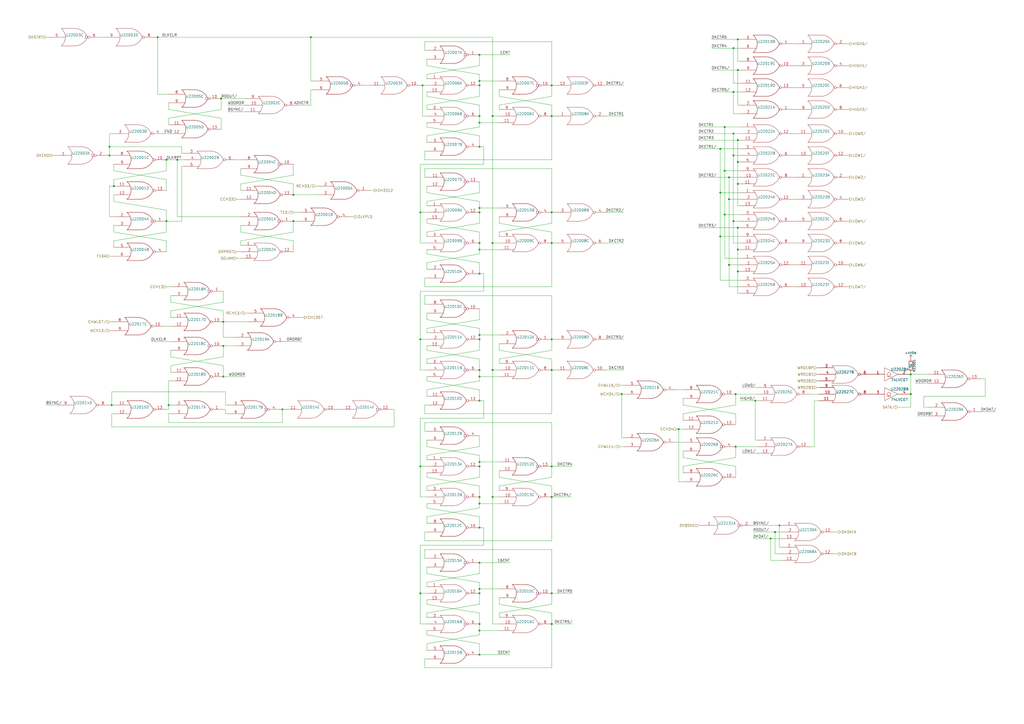
<source format=kicad_sch>
(kicad_sch (version 20211123) (generator eeschema)
  (paper "A2")
  (junction (at 278.13 341.63))
  (junction (at 278.13 123.19))
  (junction (at 96.52 92.71))
  (junction (at 278.13 144.78))
  (junction (at 447.04 312.42))
  (junction (at 360.68 228.6))
  (junction (at 425.45 27.94))
  (junction (at 422.91 153.67))
  (junction (at 427.99 157.48))
  (junction (at 91.44 21.59))
  (junction (at 97.79 234.95))
  (junction (at 528.32 228.6))
  (junction (at 96.52 128.27))
  (junction (at 320.04 214.63))
  (junction (at 245.11 49.53))
  (junction (at 278.13 67.31))
  (junction (at 278.13 270.51))
  (junction (at 243.84 196.85))
  (junction (at 278.13 218.44))
  (junction (at 278.13 196.85))
  (junction (at 452.12 304.8))
  (junction (at 63.5 90.17))
  (junction (at 449.58 308.61))
  (junction (at 278.13 31.75))
  (junction (at 320.04 288.29))
  (junction (at 278.13 292.1))
  (junction (at 278.13 267.97))
  (junction (at 425.45 53.34))
  (junction (at 285.75 288.29))
  (junction (at 426.72 259.08))
  (junction (at 417.83 137.16))
  (junction (at 427.99 81.28))
  (junction (at 278.13 365.76))
  (junction (at 417.83 86.36))
  (junction (at 528.32 217.17))
  (junction (at 285.75 214.63))
  (junction (at 170.18 113.03))
  (junction (at 422.91 102.87))
  (junction (at 170.18 128.27))
  (junction (at 426.72 228.6))
  (junction (at 278.13 361.95))
  (junction (at 320.04 196.85))
  (junction (at 427.99 106.68))
  (junction (at 129.54 200.66))
  (junction (at 425.45 77.47))
  (junction (at 427.99 144.78))
  (junction (at 417.83 111.76))
  (junction (at 393.7 248.92))
  (junction (at 243.84 270.51))
  (junction (at 422.91 115.57))
  (junction (at 102.87 92.71))
  (junction (at 425.45 128.27))
  (junction (at 278.13 120.65))
  (junction (at 278.13 326.39))
  (junction (at 278.13 306.07))
  (junction (at 278.13 85.09))
  (junction (at 420.37 73.66))
  (junction (at 278.13 344.17))
  (junction (at 128.27 57.15))
  (junction (at 427.99 22.86))
  (junction (at 320.04 344.17))
  (junction (at 63.5 85.09))
  (junction (at 320.04 361.95))
  (junction (at 320.04 270.51))
  (junction (at 278.13 49.53))
  (junction (at 425.45 90.17))
  (junction (at 278.13 194.31))
  (junction (at 278.13 140.97))
  (junction (at 278.13 232.41))
  (junction (at 243.84 344.17))
  (junction (at 278.13 158.75))
  (junction (at 420.37 99.06))
  (junction (at 420.37 124.46))
  (junction (at 427.99 93.98))
  (junction (at 278.13 214.63))
  (junction (at 64.77 234.95))
  (junction (at 320.04 49.53))
  (junction (at 129.54 186.69))
  (junction (at 180.34 21.59))
  (junction (at 163.83 237.49))
  (junction (at 285.75 140.97))
  (junction (at 438.15 232.41))
  (junction (at 66.04 107.95))
  (junction (at 278.13 71.12))
  (junction (at 278.13 46.99))
  (junction (at 278.13 288.29))
  (junction (at 427.99 132.08))
  (junction (at 320.04 123.19))
  (junction (at 427.99 40.64))
  (junction (at 278.13 379.73))
  (junction (at 129.54 218.44))
  (junction (at 243.84 123.19))
  (junction (at 285.75 67.31))
  (junction (at 320.04 67.31))
  (junction (at 320.04 140.97))
  (wire (pts (xy 425.45 140.97) (xy 429.26 140.97)))
  (wire (pts (xy 425.45 66.04) (xy 429.26 66.04)))
  (wire (pts (xy 393.7 248.92) (xy 396.24 248.92)))
  (wire (pts (xy 320.04 134.62) (xy 289.56 129.54)))
  (wire (pts (xy 285.75 140.97) (xy 285.75 214.63)))
  (wire (pts (xy 247.65 337.82) (xy 247.65 340.36)))
  (wire (pts (xy 129.54 218.44) (xy 129.54 212.09)))
  (wire (pts (xy 129.54 186.69) (xy 143.51 186.69)))
  (wire (pts (xy 137.16 115.57) (xy 139.7 115.57)))
  (wire (pts (xy 247.65 134.62) (xy 247.65 137.16)))
  (wire (pts (xy 129.54 180.34) (xy 99.06 175.26)))
  (wire (pts (xy 246.38 250.19) (xy 247.65 250.19)))
  (wire (pts (xy 538.48 241.3) (xy 532.13 241.3)))
  (wire (pts (xy 278.13 85.09) (xy 278.13 78.74)))
  (wire (pts (xy 320.04 24.13) (xy 246.38 24.13)))
  (wire (pts (xy 247.65 350.52) (xy 247.65 347.98)))
  (wire (pts (xy 289.56 144.78) (xy 278.13 144.78)))
  (wire (pts (xy 417.83 137.16) (xy 417.83 162.56)))
  (wire (pts (xy 247.65 208.28) (xy 247.65 210.82)))
  (wire (pts (xy 129.54 218.44) (xy 142.24 218.44)))
  (wire (pts (xy 246.38 87.63) (xy 247.65 87.63)))
  (wire (pts (xy 396.24 240.03) (xy 396.24 243.84)))
  (wire (pts (xy 436.88 304.8) (xy 452.12 304.8)))
  (wire (pts (xy 320.04 355.6) (xy 289.56 350.52)))
  (wire (pts (xy 63.5 77.47) (xy 64.77 77.47)))
  (wire (pts (xy 170.18 128.27) (xy 170.18 134.62)))
  (wire (pts (xy 538.48 217.17) (xy 528.32 217.17)))
  (wire (pts (xy 278.13 281.94) (xy 278.13 288.29)))
  (wire (pts (xy 105.41 128.27) (xy 105.41 96.52)))
  (wire (pts (xy 247.65 299.72) (xy 247.65 303.53)))
  (wire (pts (xy 320.04 270.51) (xy 332.105 270.51)))
  (wire (pts (xy 459.74 63.5) (xy 461.01 63.5)))
  (wire (pts (xy 90.17 21.59) (xy 91.44 21.59)))
  (wire (pts (xy 289.56 134.62) (xy 289.56 137.16)))
  (wire (pts (xy 128.27 68.58) (xy 97.79 63.5)))
  (wire (pts (xy 320.04 214.63) (xy 321.31 214.63)))
  (wire (pts (xy 405.13 77.47) (xy 425.45 77.47)))
  (wire (pts (xy 426.72 276.86) (xy 426.72 270.51)))
  (wire (pts (xy 63.5 85.09) (xy 63.5 90.17)))
  (wire (pts (xy 492.76 140.97) (xy 491.49 140.97)))
  (wire (pts (xy 243.84 344.17) (xy 247.65 344.17)))
  (wire (pts (xy 243.84 49.53) (xy 245.11 49.53)))
  (wire (pts (xy 405.13 102.87) (xy 422.91 102.87)))
  (wire (pts (xy 30.48 90.17) (xy 31.75 90.17)))
  (wire (pts (xy 170.18 134.62) (xy 139.7 139.7)))
  (wire (pts (xy 429.26 232.41) (xy 438.15 232.41)))
  (wire (pts (xy 278.13 144.78) (xy 278.13 147.32)))
  (wire (pts (xy 492.76 115.57) (xy 491.49 115.57)))
  (wire (pts (xy 459.74 140.97) (xy 461.01 140.97)))
  (wire (pts (xy 278.13 73.66) (xy 247.65 78.74)))
  (wire (pts (xy 427.99 144.78) (xy 427.99 157.48)))
  (wire (pts (xy 278.13 288.29) (xy 278.13 292.1)))
  (wire (pts (xy 130.81 234.95) (xy 132.08 234.95)))
  (wire (pts (xy 62.23 90.17) (xy 63.5 90.17)))
  (wire (pts (xy 528.32 228.6) (xy 528.32 236.22)))
  (wire (pts (xy 278.13 196.85) (xy 278.13 203.2)))
  (wire (pts (xy 97.79 63.5) (xy 97.79 59.69)))
  (wire (pts (xy 483.87 321.31) (xy 486.41 321.31)))
  (wire (pts (xy 278.13 152.4) (xy 247.65 147.32)))
  (wire (pts (xy 405.13 132.08) (xy 427.99 132.08)))
  (wire (pts (xy 278.13 71.12) (xy 278.13 73.66)))
  (wire (pts (xy 130.81 227.33) (xy 130.81 234.95)))
  (wire (pts (xy 228.6 247.65) (xy 64.77 247.65)))
  (wire (pts (xy 175.26 198.12) (xy 166.37 198.12)))
  (wire (pts (xy 246.38 176.53) (xy 247.65 176.53)))
  (wire (pts (xy 320.04 196.85) (xy 321.31 196.85)))
  (wire (pts (xy 427.99 40.64) (xy 427.99 60.96)))
  (wire (pts (xy 289.56 120.65) (xy 278.13 120.65)))
  (wire (pts (xy 289.56 281.94) (xy 289.56 284.48)))
  (wire (pts (xy 412.75 22.86) (xy 427.99 22.86)))
  (wire (pts (xy 538.48 222.25) (xy 530.86 222.25)))
  (wire (pts (xy 247.65 190.5) (xy 247.65 193.04)))
  (wire (pts (xy 426.72 234.95) (xy 396.24 240.03)))
  (wire (pts (xy 278.13 332.74) (xy 247.65 337.82)))
  (wire (pts (xy 96.52 121.92) (xy 96.52 128.27)))
  (wire (pts (xy 142.24 60.96) (xy 132.08 60.96)))
  (wire (pts (xy 217.17 110.49) (xy 214.63 110.49)))
  (wire (pts (xy 426.72 265.43) (xy 396.24 270.51)))
  (wire (pts (xy 205.74 125.73) (xy 203.2 125.73)))
  (wire (pts (xy 438.15 232.41) (xy 439.42 232.41)))
  (wire (pts (xy 426.72 259.08) (xy 426.72 265.43)))
  (wire (pts (xy 427.99 157.48) (xy 429.26 157.48)))
  (wire (pts (xy 243.84 123.19) (xy 243.84 140.97)))
  (wire (pts (xy 396.24 279.4) (xy 393.7 279.4)))
  (wire (pts (xy 66.04 139.7) (xy 66.04 143.51)))
  (wire (pts (xy 289.56 365.76) (xy 278.13 365.76)))
  (wire (pts (xy 483.87 308.61) (xy 486.41 308.61)))
  (wire (pts (xy 163.83 237.49) (xy 165.1 237.49)))
  (wire (pts (xy 195.58 237.49) (xy 196.85 237.49)))
  (wire (pts (xy 278.13 43.18) (xy 278.13 46.99)))
  (wire (pts (xy 320.04 67.31) (xy 320.04 92.71)))
  (wire (pts (xy 278.13 379.73) (xy 278.13 373.38)))
  (wire (pts (xy 130.81 240.03) (xy 132.08 240.03)))
  (wire (pts (xy 228.6 237.49) (xy 228.6 247.65)))
  (wire (pts (xy 96.52 92.71) (xy 102.87 92.71)))
  (wire (pts (xy 280.67 306.07) (xy 278.13 306.07)))
  (wire (pts (xy 278.13 299.72) (xy 247.65 294.64)))
  (wire (pts (xy 139.7 101.6) (xy 139.7 97.79)))
  (wire (pts (xy 243.84 196.85) (xy 243.84 214.63)))
  (wire (pts (xy 66.04 134.62) (xy 66.04 130.81)))
  (wire (pts (xy 320.04 208.28) (xy 320.04 214.63)))
  (wire (pts (xy 492.76 25.4) (xy 491.49 25.4)))
  (wire (pts (xy 412.75 53.34) (xy 425.45 53.34)))
  (wire (pts (xy 278.13 31.75) (xy 295.91 31.75)))
  (wire (pts (xy 243.84 288.29) (xy 247.65 288.29)))
  (wire (pts (xy 130.81 237.49) (xy 130.81 240.03)))
  (wire (pts (xy 64.77 240.03) (xy 66.04 240.03)))
  (wire (pts (xy 425.45 128.27) (xy 429.26 128.27)))
  (wire (pts (xy 278.13 373.38) (xy 247.65 368.3)))
  (wire (pts (xy 180.34 60.96) (xy 180.34 52.07)))
  (wire (pts (xy 289.56 350.52) (xy 289.56 346.71)))
  (wire (pts (xy 425.45 77.47) (xy 429.26 77.47)))
  (wire (pts (xy 278.13 111.76) (xy 247.65 116.84)))
  (wire (pts (xy 128.27 63.5) (xy 97.79 68.58)))
  (wire (pts (xy 492.76 50.8) (xy 491.49 50.8)))
  (wire (pts (xy 289.56 46.99) (xy 278.13 46.99)))
  (wire (pts (xy 422.91 153.67) (xy 429.26 153.67)))
  (wire (pts (xy 320.04 196.85) (xy 320.04 203.2)))
  (wire (pts (xy 247.65 60.96) (xy 247.65 63.5)))
  (wire (pts (xy 95.25 189.23) (xy 99.06 189.23)))
  (wire (pts (xy 427.99 106.68) (xy 427.99 119.38)))
  (wire (pts (xy 289.56 341.63) (xy 278.13 341.63)))
  (wire (pts (xy 278.13 38.1) (xy 247.65 43.18)))
  (wire (pts (xy 176.53 184.15) (xy 173.99 184.15)))
  (wire (pts (xy 96.52 139.7) (xy 66.04 134.62)))
  (wire (pts (xy 63.5 125.73) (xy 66.04 125.73)))
  (wire (pts (xy 99.06 212.09) (xy 99.06 215.9)))
  (wire (pts (xy 278.13 355.6) (xy 278.13 361.95)))
  (wire (pts (xy 278.13 232.41) (xy 280.67 232.41)))
  (wire (pts (xy 289.56 267.97) (xy 278.13 267.97)))
  (wire (pts (xy 320.04 361.95) (xy 321.31 361.95)))
  (wire (pts (xy 320.04 67.31) (xy 321.31 67.31)))
  (wire (pts (xy 91.44 54.61) (xy 97.79 54.61)))
  (wire (pts (xy 105.41 85.09) (xy 105.41 88.9)))
  (wire (pts (xy 359.41 228.6) (xy 360.68 228.6)))
  (wire (pts (xy 245.11 49.53) (xy 247.65 49.53)))
  (wire (pts (xy 285.75 21.59) (xy 285.75 67.31)))
  (wire (pts (xy 459.74 90.17) (xy 461.01 90.17)))
  (wire (pts (xy 139.7 139.7) (xy 139.7 142.24)))
  (wire (pts (xy 278.13 267.97) (xy 278.13 270.51)))
  (wire (pts (xy 278.13 49.53) (xy 278.13 55.88)))
  (wire (pts (xy 278.13 179.07) (xy 278.13 185.42)))
  (wire (pts (xy 528.32 215.9) (xy 528.32 217.17)))
  (wire (pts (xy 180.34 21.59) (xy 180.34 46.99)))
  (wire (pts (xy 278.13 294.64) (xy 247.65 299.72)))
  (wire (pts (xy 320.04 140.97) (xy 320.04 166.37)))
  (wire (pts (xy 320.04 361.95) (xy 320.04 387.35)))
  (wire (pts (xy 320.04 344.17) (xy 321.31 344.17)))
  (wire (pts (xy 320.04 214.63) (xy 320.04 240.03)))
  (wire (pts (xy 427.99 93.98) (xy 427.99 106.68)))
  (wire (pts (xy 321.945 361.95) (xy 332.105 361.95)))
  (wire (pts (xy 439.42 224.79) (xy 430.53 224.79)))
  (wire (pts (xy 447.04 325.12) (xy 453.39 325.12)))
  (wire (pts (xy 492.76 38.1) (xy 491.49 38.1)))
  (wire (pts (xy 246.38 318.77) (xy 246.38 323.85)))
  (wire (pts (xy 247.65 368.3) (xy 247.65 365.76)))
  (wire (pts (xy 278.13 55.88) (xy 247.65 60.96)))
  (wire (pts (xy 360.68 254) (xy 361.95 254)))
  (wire (pts (xy 64.77 247.65) (xy 64.77 240.03)))
  (wire (pts (xy 246.38 234.95) (xy 247.65 234.95)))
  (wire (pts (xy 396.24 270.51) (xy 396.24 274.32)))
  (wire (pts (xy 422.91 166.37) (xy 429.26 166.37)))
  (wire (pts (xy 320.04 60.96) (xy 289.56 55.88)))
  (wire (pts (xy 571.5 229.87) (xy 535.94 229.87)))
  (wire (pts (xy 66.04 99.06) (xy 66.04 95.25)))
  (wire (pts (xy 97.79 234.95) (xy 97.79 237.49)))
  (wire (pts (xy 425.45 90.17) (xy 425.45 128.27)))
  (wire (pts (xy 180.34 46.99) (xy 181.61 46.99)))
  (wire (pts (xy 320.04 49.53) (xy 321.31 49.53)))
  (wire (pts (xy 436.88 312.42) (xy 447.04 312.42)))
  (wire (pts (xy 139.7 149.86) (xy 137.16 149.86)))
  (wire (pts (xy 412.75 27.94) (xy 425.45 27.94)))
  (wire (pts (xy 96.52 128.27) (xy 105.41 128.27)))
  (wire (pts (xy 492.76 63.5) (xy 491.49 63.5)))
  (wire (pts (xy 246.38 171.45) (xy 246.38 176.53)))
  (wire (pts (xy 129.54 200.66) (xy 135.89 200.66)))
  (wire (pts (xy 320.04 281.94) (xy 320.04 288.29)))
  (wire (pts (xy 278.13 194.31) (xy 278.13 196.85)))
  (wire (pts (xy 535.94 229.87) (xy 535.94 236.22)))
  (wire (pts (xy 137.16 92.71) (xy 139.7 92.71)))
  (wire (pts (xy 278.13 281.94) (xy 247.65 276.86)))
  (wire (pts (xy 278.13 208.28) (xy 278.13 214.63)))
  (wire (pts (xy 492.76 153.67) (xy 491.49 153.67)))
  (wire (pts (xy 426.72 228.6) (xy 439.42 228.6)))
  (wire (pts (xy 247.65 73.66) (xy 247.65 71.12)))
  (wire (pts (xy 351.79 140.97) (xy 361.95 140.97)))
  (wire (pts (xy 170.18 95.25) (xy 170.18 101.6)))
  (wire (pts (xy 278.13 67.31) (xy 278.13 71.12)))
  (wire (pts (xy 96.52 110.49) (xy 96.52 104.14)))
  (wire (pts (xy 278.13 158.75) (xy 278.13 152.4)))
  (wire (pts (xy 63.5 148.59) (xy 66.04 148.59)))
  (wire (pts (xy 129.54 207.01) (xy 99.06 212.09)))
  (wire (pts (xy 406.4 304.8) (xy 405.13 304.8)))
  (wire (pts (xy 405.13 73.66) (xy 420.37 73.66)))
  (wire (pts (xy 64.77 227.33) (xy 130.81 227.33)))
  (wire (pts (xy 278.13 361.95) (xy 278.13 365.76)))
  (wire (pts (xy 64.77 234.95) (xy 66.04 234.95)))
  (wire (pts (xy 247.65 116.84) (xy 247.65 119.38)))
  (wire (pts (xy 170.18 146.05) (xy 170.18 139.7)))
  (wire (pts (xy 142.24 181.61) (xy 143.51 181.61)))
  (wire (pts (xy 420.37 73.66) (xy 420.37 99.06)))
  (wire (pts (xy 96.52 166.37) (xy 99.06 166.37)))
  (wire (pts (xy 426.72 240.03) (xy 396.24 234.95)))
  (wire (pts (xy 247.65 152.4) (xy 247.65 156.21)))
  (wire (pts (xy 170.18 113.03) (xy 170.18 106.68)))
  (wire (pts (xy 91.44 21.59) (xy 180.34 21.59)))
  (wire (pts (xy 427.99 40.64) (xy 429.26 40.64)))
  (wire (pts (xy 417.83 86.36) (xy 429.26 86.36)))
  (wire (pts (xy 246.38 387.35) (xy 246.38 382.27)))
  (wire (pts (xy 96.52 99.06) (xy 66.04 104.14)))
  (wire (pts (xy 129.54 195.58) (xy 135.89 195.58)))
  (wire (pts (xy 96.52 146.05) (xy 96.52 139.7)))
  (wire (pts (xy 427.99 60.96) (xy 429.26 60.96)))
  (wire (pts (xy 393.7 279.4) (xy 393.7 248.92)))
  (wire (pts (xy 474.98 224.79) (xy 473.71 224.79)))
  (wire (pts (xy 96.52 92.71) (xy 96.52 99.06)))
  (wire (pts (xy 278.13 46.99) (xy 278.13 49.53)))
  (wire (pts (xy 247.65 355.6) (xy 247.65 358.14)))
  (wire (pts (xy 422.91 115.57) (xy 429.26 115.57)))
  (wire (pts (xy 459.74 115.57) (xy 461.01 115.57)))
  (wire (pts (xy 285.75 214.63) (xy 285.75 288.29)))
  (wire (pts (xy 278.13 326.39) (xy 278.13 332.74)))
  (wire (pts (xy 427.99 22.86) (xy 429.26 22.86)))
  (wire (pts (xy 474.98 213.36) (xy 473.71 213.36)))
  (wire (pts (xy 427.99 144.78) (xy 429.26 144.78)))
  (wire (pts (xy 436.88 308.61) (xy 449.58 308.61)))
  (wire (pts (xy 568.96 238.76) (xy 577.85 238.76)))
  (wire (pts (xy 447.04 312.42) (xy 447.04 325.12)))
  (wire (pts (xy 459.74 50.8) (xy 461.01 50.8)))
  (wire (pts (xy 427.99 35.56) (xy 429.26 35.56)))
  (wire (pts (xy 278.13 326.39) (xy 295.91 326.39)))
  (wire (pts (xy 459.74 153.67) (xy 461.01 153.67)))
  (wire (pts (xy 278.13 140.97) (xy 278.13 144.78)))
  (wire (pts (xy 422.91 115.57) (xy 422.91 153.67)))
  (wire (pts (xy 285.75 67.31) (xy 289.56 67.31)))
  (wire (pts (xy 63.5 107.95) (xy 63.5 125.73)))
  (wire (pts (xy 246.38 92.71) (xy 246.38 87.63)))
  (wire (pts (xy 170.18 128.27) (xy 172.72 128.27)))
  (wire (pts (xy 97.79 240.03) (xy 99.06 240.03)))
  (wire (pts (xy 243.84 140.97) (xy 247.65 140.97)))
  (wire (pts (xy 360.68 228.6) (xy 361.95 228.6)))
  (wire (pts (xy 243.84 316.23) (xy 243.84 344.17)))
  (wire (pts (xy 243.84 270.51) (xy 243.84 288.29)))
  (wire (pts (xy 278.13 203.2) (xy 247.65 208.28)))
  (wire (pts (xy 289.56 218.44) (xy 278.13 218.44)))
  (wire (pts (xy 438.15 255.27) (xy 439.42 255.27)))
  (wire (pts (xy 128.27 57.15) (xy 128.27 63.5)))
  (wire (pts (xy 129.54 237.49) (xy 130.81 237.49)))
  (wire (pts (xy 427.99 157.48) (xy 427.99 170.18)))
  (wire (pts (xy 320.04 208.28) (xy 289.56 203.2)))
  (wire (pts (xy 243.84 168.91) (xy 243.84 196.85)))
  (wire (pts (xy 420.37 149.86) (xy 429.26 149.86)))
  (wire (pts (xy 246.38 323.85) (xy 247.65 323.85)))
  (wire (pts (xy 278.13 116.84) (xy 247.65 111.76)))
  (wire (pts (xy 243.84 361.95) (xy 247.65 361.95)))
  (wire (pts (xy 320.04 24.13) (xy 320.04 49.53)))
  (wire (pts (xy 64.77 234.95) (xy 64.77 227.33)))
  (wire (pts (xy 245.11 49.53) (xy 245.11 67.31)))
  (wire (pts (xy 278.13 292.1) (xy 278.13 294.64)))
  (wire (pts (xy 280.67 95.25) (xy 243.84 95.25)))
  (wire (pts (xy 278.13 355.6) (xy 247.65 350.52)))
  (wire (pts (xy 278.13 129.54) (xy 247.65 134.62)))
  (wire (pts (xy 278.13 218.44) (xy 278.13 220.98)))
  (wire (pts (xy 247.65 129.54) (xy 247.65 127)))
  (wire (pts (xy 422.91 102.87) (xy 422.91 115.57)))
  (wire (pts (xy 245.11 67.31) (xy 247.65 67.31)))
  (wire (pts (xy 459.74 166.37) (xy 461.01 166.37)))
  (wire (pts (xy 246.38 29.21) (xy 247.65 29.21)))
  (wire (pts (xy 278.13 368.3) (xy 247.65 373.38)))
  (wire (pts (xy 278.13 226.06) (xy 247.65 220.98)))
  (wire (pts (xy 63.5 90.17) (xy 66.04 90.17)))
  (wire (pts (xy 320.04 60.96) (xy 320.04 67.31)))
  (wire (pts (xy 102.87 92.71) (xy 106.68 92.71)))
  (wire (pts (xy 449.58 321.31) (xy 453.39 321.31)))
  (wire (pts (xy 320.04 49.53) (xy 320.04 55.88)))
  (wire (pts (xy 459.74 25.4) (xy 461.01 25.4)))
  (wire (pts (xy 320.04 288.29) (xy 320.04 313.69)))
  (wire (pts (xy 280.67 316.23) (xy 280.67 306.07)))
  (wire (pts (xy 425.45 53.34) (xy 429.26 53.34)))
  (wire (pts (xy 426.72 270.51) (xy 396.24 265.43)))
  (wire (pts (xy 420.37 99.06) (xy 429.26 99.06)))
  (wire (pts (xy 528.32 217.17) (xy 528.32 228.6)))
  (wire (pts (xy 449.58 308.61) (xy 449.58 321.31)))
  (wire (pts (xy 170.18 139.7) (xy 139.7 134.62)))
  (wire (pts (xy 417.83 111.76) (xy 417.83 137.16)))
  (wire (pts (xy 427.99 132.08) (xy 429.26 132.08)))
  (wire (pts (xy 417.83 162.56) (xy 429.26 162.56)))
  (wire (pts (xy 278.13 214.63) (xy 278.13 218.44)))
  (wire (pts (xy 351.79 196.85) (xy 361.95 196.85)))
  (wire (pts (xy 396.24 234.95) (xy 396.24 231.14)))
  (wire (pts (xy 320.04 387.35) (xy 246.38 387.35)))
  (wire (pts (xy 472.44 259.08) (xy 472.44 232.41)))
  (wire (pts (xy 99.06 207.01) (xy 99.06 203.2)))
  (wire (pts (xy 63.5 77.47) (xy 63.5 85.09)))
  (wire (pts (xy 278.13 344.17) (xy 278.13 350.52)))
  (wire (pts (xy 243.84 123.19) (xy 247.65 123.19)))
  (wire (pts (xy 96.52 104.14) (xy 66.04 99.06)))
  (wire (pts (xy 278.13 337.82) (xy 247.65 332.74)))
  (wire (pts (xy 320.04 166.37) (xy 246.38 166.37)))
  (wire (pts (xy 425.45 53.34) (xy 425.45 66.04)))
  (wire (pts (xy 247.65 226.06) (xy 247.65 229.87)))
  (wire (pts (xy 66.04 107.95) (xy 63.5 107.95)))
  (wire (pts (xy 320.04 276.86) (xy 289.56 281.94)))
  (wire (pts (xy 278.13 252.73) (xy 278.13 259.08)))
  (wire (pts (xy 439.42 262.89) (xy 430.53 262.89)))
  (wire (pts (xy 63.5 191.77) (xy 64.77 191.77)))
  (wire (pts (xy 26.67 21.59) (xy 27.94 21.59)))
  (wire (pts (xy 243.84 196.85) (xy 247.65 196.85)))
  (wire (pts (xy 278.13 259.08) (xy 247.65 264.16)))
  (wire (pts (xy 452.12 304.8) (xy 452.12 317.5)))
  (wire (pts (xy 278.13 31.75) (xy 278.13 38.1)))
  (wire (pts (xy 427.99 106.68) (xy 429.26 106.68)))
  (wire (pts (xy 320.04 344.17) (xy 320.04 350.52)))
  (wire (pts (xy 289.56 194.31) (xy 278.13 194.31)))
  (wire (pts (xy 278.13 134.62) (xy 278.13 140.97)))
  (wire (pts (xy 180.34 52.07) (xy 181.61 52.07)))
  (wire (pts (xy 170.18 106.68) (xy 139.7 101.6)))
  (wire (pts (xy 289.56 71.12) (xy 278.13 71.12)))
  (wire (pts (xy 246.38 308.61) (xy 247.65 308.61)))
  (wire (pts (xy 95.25 77.47) (xy 97.79 77.47)))
  (wire (pts (xy 247.65 276.86) (xy 247.65 274.32)))
  (wire (pts (xy 246.38 240.03) (xy 246.38 234.95)))
  (wire (pts (xy 128.27 57.15) (xy 142.24 57.15)))
  (wire (pts (xy 459.74 77.47) (xy 461.01 77.47)))
  (wire (pts (xy 351.79 49.53) (xy 361.95 49.53)))
  (wire (pts (xy 247.65 373.38) (xy 247.65 377.19)))
  (wire (pts (xy 278.13 190.5) (xy 247.65 185.42)))
  (wire (pts (xy 278.13 208.28) (xy 247.65 203.2)))
  (wire (pts (xy 139.7 106.68) (xy 139.7 110.49)))
  (wire (pts (xy 425.45 77.47) (xy 425.45 90.17)))
  (wire (pts (xy 278.13 365.76) (xy 278.13 368.3)))
  (wire (pts (xy 396.24 265.43) (xy 396.24 261.62)))
  (wire (pts (xy 427.99 119.38) (xy 429.26 119.38)))
  (wire (pts (xy 285.75 288.29) (xy 289.56 288.29)))
  (wire (pts (xy 320.04 350.52) (xy 289.56 355.6)))
  (wire (pts (xy 63.5 234.95) (xy 64.77 234.95)))
  (wire (pts (xy 243.84 316.23) (xy 280.67 316.23)))
  (wire (pts (xy 129.54 212.09) (xy 99.06 207.01)))
  (wire (pts (xy 492.76 128.27) (xy 491.49 128.27)))
  (wire (pts (xy 278.13 190.5) (xy 278.13 194.31)))
  (wire (pts (xy 474.98 220.98) (xy 473.71 220.98)))
  (wire (pts (xy 289.56 355.6) (xy 289.56 358.14)))
  (wire (pts (xy 420.37 73.66) (xy 429.26 73.66)))
  (wire (pts (xy 97.79 237.49) (xy 96.52 237.49)))
  (wire (pts (xy 320.04 245.11) (xy 246.38 245.11)))
  (wire (pts (xy 289.56 276.86) (xy 289.56 273.05)))
  (wire (pts (xy 280.67 232.41) (xy 280.67 242.57)))
  (wire (pts (xy 392.43 248.92) (xy 393.7 248.92)))
  (wire (pts (xy 321.945 344.17) (xy 332.105 344.17)))
  (wire (pts (xy 474.98 217.17) (xy 473.71 217.17)))
  (wire (pts (xy 469.9 259.08) (xy 472.44 259.08)))
  (wire (pts (xy 459.74 102.87) (xy 461.01 102.87)))
  (wire (pts (xy 142.24 64.77) (xy 132.08 64.77)))
  (wire (pts (xy 170.18 123.19) (xy 172.72 123.19)))
  (wire (pts (xy 247.65 281.94) (xy 247.65 284.48)))
  (wire (pts (xy 129.54 180.34) (xy 129.54 186.69)))
  (wire (pts (xy 129.54 175.26) (xy 99.06 180.34)))
  (wire (pts (xy 180.34 21.59) (xy 285.75 21.59)))
  (wire (pts (xy 420.37 124.46) (xy 429.26 124.46)))
  (wire (pts (xy 320.04 288.29) (xy 331.47 288.29)))
  (wire (pts (xy 66.04 104.14) (xy 66.04 107.95)))
  (wire (pts (xy 351.79 67.31) (xy 361.95 67.31)))
  (wire (pts (xy 535.94 236.22) (xy 538.48 236.22)))
  (wire (pts (xy 278.13 379.73) (xy 295.91 379.73)))
  (wire (pts (xy 320.04 171.45) (xy 246.38 171.45)))
  (wire (pts (xy 247.65 38.1) (xy 247.65 34.29)))
  (wire (pts (xy 425.45 128.27) (xy 425.45 140.97)))
  (wire (pts (xy 459.74 128.27) (xy 461.01 128.27)))
  (wire (pts (xy 63.5 186.69) (xy 64.77 186.69)))
  (wire (pts (xy 66.04 116.84) (xy 66.04 113.03)))
  (wire (pts (xy 129.54 200.66) (xy 129.54 207.01)))
  (wire (pts (xy 243.84 95.25) (xy 243.84 123.19)))
  (wire (pts (xy 492.76 102.87) (xy 491.49 102.87)))
  (wire (pts (xy 492.76 77.47) (xy 491.49 77.47)))
  (wire (pts (xy 278.13 116.84) (xy 278.13 120.65)))
  (wire (pts (xy 247.65 43.18) (xy 247.65 45.72)))
  (wire (pts (xy 278.13 220.98) (xy 247.65 226.06)))
  (wire (pts (xy 97.79 234.95) (xy 99.06 234.95)))
  (wire (pts (xy 280.67 242.57) (xy 243.84 242.57)))
  (wire (pts (xy 351.79 214.63) (xy 361.95 214.63)))
  (wire (pts (xy 447.04 312.42) (xy 453.39 312.42)))
  (wire (pts (xy 97.79 245.11) (xy 97.79 240.03)))
  (wire (pts (xy 320.04 123.19) (xy 321.31 123.19)))
  (wire (pts (xy 285.75 67.31) (xy 285.75 140.97)))
  (wire (pts (xy 278.13 105.41) (xy 278.13 111.76)))
  (wire (pts (xy 289.56 55.88) (xy 289.56 52.07)))
  (wire (pts (xy 102.87 92.71) (xy 102.87 125.73)))
  (wire (pts (xy 320.04 55.88) (xy 289.56 60.96)))
  (wire (pts (xy 320.04 171.45) (xy 320.04 196.85)))
  (wire (pts (xy 528.32 236.22) (xy 520.7 236.22)))
  (wire (pts (xy 243.84 270.51) (xy 247.65 270.51)))
  (wire (pts (xy 58.42 21.59) (xy 59.69 21.59)))
  (wire (pts (xy 26.67 234.95) (xy 33.02 234.95)))
  (wire (pts (xy 320.04 281.94) (xy 289.56 276.86)))
  (wire (pts (xy 568.96 219.71) (xy 571.5 219.71)))
  (wire (pts (xy 278.13 147.32) (xy 247.65 152.4)))
  (wire (pts (xy 425.45 27.94) (xy 425.45 48.26)))
  (wire (pts (xy 91.44 21.59) (xy 91.44 54.61)))
  (wire (pts (xy 246.38 97.79) (xy 246.38 102.87)))
  (wire (pts (xy 361.95 259.08) (xy 359.41 259.08)))
  (wire (pts (xy 278.13 264.16) (xy 278.13 267.97)))
  (wire (pts (xy 139.7 146.05) (xy 137.16 146.05)))
  (wire (pts (xy 246.38 24.13) (xy 246.38 29.21)))
  (wire (pts (xy 412.75 40.64) (xy 427.99 40.64)))
  (wire (pts (xy 289.56 60.96) (xy 289.56 63.5)))
  (wire (pts (xy 97.79 220.98) (xy 97.79 234.95)))
  (wire (pts (xy 278.13 350.52) (xy 247.65 355.6)))
  (wire (pts (xy 320.04 245.11) (xy 320.04 270.51)))
  (wire (pts (xy 247.65 264.16) (xy 247.65 266.7)))
  (wire (pts (xy 320.04 129.54) (xy 289.56 134.62)))
  (wire (pts (xy 361.95 223.52) (xy 359.41 223.52)))
  (wire (pts (xy 243.84 344.17) (xy 243.84 361.95)))
  (wire (pts (xy 360.68 228.6) (xy 360.68 254)))
  (wire (pts (xy 571.5 219.71) (xy 571.5 229.87)))
  (wire (pts (xy 96.52 128.27) (xy 96.52 134.62)))
  (wire (pts (xy 285.75 288.29) (xy 285.75 361.95)))
  (wire (pts (xy 246.38 245.11) (xy 246.38 250.19)))
  (wire (pts (xy 99.06 175.26) (xy 99.06 171.45)))
  (wire (pts (xy 243.84 214.63) (xy 247.65 214.63)))
  (wire (pts (xy 492.76 166.37) (xy 491.49 166.37)))
  (wire (pts (xy 246.38 166.37) (xy 246.38 161.29)))
  (wire (pts (xy 320.04 92.71) (xy 246.38 92.71)))
  (wire (pts (xy 426.72 259.08) (xy 439.42 259.08)))
  (wire (pts (xy 417.83 137.16) (xy 429.26 137.16)))
  (wire (pts (xy 278.13 123.19) (xy 278.13 129.54)))
  (wire (pts (xy 246.38 313.69) (xy 246.38 308.61)))
  (wire (pts (xy 63.5 85.09) (xy 105.41 85.09)))
  (wire (pts (xy 472.44 232.41) (xy 474.98 232.41)))
  (wire (pts (xy 289.56 129.54) (xy 289.56 125.73)))
  (wire (pts (xy 320.04 313.69) (xy 246.38 313.69)))
  (wire (pts (xy 427.99 81.28) (xy 427.99 93.98)))
  (wire (pts (xy 278.13 158.75) (xy 280.67 158.75)))
  (wire (pts (xy 278.13 43.18) (xy 247.65 38.1)))
  (wire (pts (xy 278.13 60.96) (xy 278.13 67.31)))
  (wire (pts (xy 425.45 27.94) (xy 429.26 27.94)))
  (wire (pts (xy 289.56 208.28) (xy 289.56 210.82)))
  (wire (pts (xy 246.38 382.27) (xy 247.65 382.27)))
  (wire (pts (xy 320.04 97.79) (xy 246.38 97.79)))
  (wire (pts (xy 320.04 318.77) (xy 320.04 344.17)))
  (wire (pts (xy 102.87 125.73) (xy 139.7 125.73)))
  (wire (pts (xy 139.7 134.62) (xy 139.7 130.81)))
  (wire (pts (xy 426.72 246.38) (xy 426.72 240.03)))
  (wire (pts (xy 320.04 134.62) (xy 320.04 140.97)))
  (wire (pts (xy 246.38 102.87) (xy 247.65 102.87)))
  (wire (pts (xy 492.76 90.17) (xy 491.49 90.17)))
  (wire (pts (xy 320.04 97.79) (xy 320.04 123.19)))
  (wire (pts (xy 278.13 264.16) (xy 247.65 259.08)))
  (wire (pts (xy 320.04 240.03) (xy 246.38 240.03)))
  (wire (pts (xy 417.83 86.36) (xy 417.83 111.76)))
  (wire (pts (xy 452.12 304.8) (xy 453.39 304.8)))
  (wire (pts (xy 278.13 270.51) (xy 278.13 276.86)))
  (wire (pts (xy 243.84 242.57) (xy 243.84 270.51)))
  (wire (pts (xy 425.45 48.26) (xy 429.26 48.26)))
  (wire (pts (xy 278.13 306.07) (xy 278.13 299.72)))
  (wire (pts (xy 320.04 318.77) (xy 246.38 318.77)))
  (wire (pts (xy 162.56 237.49) (xy 163.83 237.49)))
  (wire (pts (xy 405.13 81.28) (xy 427.99 81.28)))
  (wire (pts (xy 320.04 123.19) (xy 320.04 129.54)))
  (wire (pts (xy 405.13 86.36) (xy 417.83 86.36)))
  (wire (pts (xy 417.83 111.76) (xy 429.26 111.76)))
  (wire (pts (xy 99.06 180.34) (xy 99.06 184.15)))
  (wire (pts (xy 278.13 185.42) (xy 247.65 190.5)))
  (wire (pts (xy 170.18 113.03) (xy 184.15 113.03)))
  (wire (pts (xy 247.65 220.98) (xy 247.65 218.44)))
  (wire (pts (xy 96.52 121.92) (xy 66.04 116.84)))
  (wire (pts (xy 278.13 134.62) (xy 247.65 129.54)))
  (wire (pts (xy 212.09 49.53) (xy 213.36 49.53)))
  (wire (pts (xy 247.65 147.32) (xy 247.65 144.78)))
  (wire (pts (xy 247.65 111.76) (xy 247.65 107.95)))
  (wire (pts (xy 392.43 256.54) (xy 396.24 256.54)))
  (wire (pts (xy 280.67 85.09) (xy 280.67 95.25)))
  (wire (pts (xy 278.13 341.63) (xy 278.13 344.17)))
  (wire (pts (xy 351.79 123.19) (xy 361.95 123.19)))
  (wire (pts (xy 320.04 270.51) (xy 320.04 276.86)))
  (wire (pts (xy 129.54 168.91) (xy 129.54 175.26)))
  (wire (pts (xy 227.33 237.49) (xy 228.6 237.49)))
  (wire (pts (xy 289.56 203.2) (xy 289.56 199.39)))
  (wire (pts (xy 163.83 237.49) (xy 163.83 245.11)))
  (wire (pts (xy 247.65 294.64) (xy 247.65 292.1)))
  (wire (pts (xy 289.56 292.1) (xy 278.13 292.1)))
  (wire (pts (xy 247.65 203.2) (xy 247.65 200.66)))
  (wire (pts (xy 97.79 68.58) (xy 97.79 72.39)))
  (wire (pts (xy 425.45 90.17) (xy 429.26 90.17)))
  (wire (pts (xy 129.54 186.69) (xy 129.54 195.58)))
  (wire (pts (xy 278.13 78.74) (xy 247.65 73.66)))
  (wire (pts (xy 163.83 245.11) (xy 97.79 245.11)))
  (wire (pts (xy 420.37 99.06) (xy 420.37 124.46)))
  (wire (pts (xy 280.67 158.75) (xy 280.67 168.91)))
  (wire (pts (xy 320.04 140.97) (xy 321.31 140.97)))
  (wire (pts (xy 247.65 55.88) (xy 247.65 53.34)))
  (wire (pts (xy 427.99 93.98) (xy 429.26 93.98)))
  (wire (pts (xy 247.65 78.74) (xy 247.65 82.55)))
  (wire (pts (xy 278.13 232.41) (xy 278.13 226.06)))
  (wire (pts (xy 285.75 361.95) (xy 289.56 361.95)))
  (wire (pts (xy 427.99 170.18) (xy 429.26 170.18)))
  (wire (pts (xy 320.04 203.2) (xy 289.56 208.28)))
  (wire (pts (xy 278.13 120.65) (xy 278.13 123.19)))
  (wire (pts (xy 182.88 107.95) (xy 184.15 107.95)))
  (wire (pts (xy 427.99 81.28) (xy 429.26 81.28)))
  (wire (pts (xy 247.65 259.08) (xy 247.65 255.27)))
  (wire (pts (xy 247.65 332.74) (xy 247.65 328.93)))
  (wire (pts (xy 278.13 276.86) (xy 247.65 281.94)))
  (wire (pts (xy 427.99 22.86) (xy 427.99 35.56)))
  (wire (pts (xy 426.72 228.6) (xy 426.72 234.95)))
  (wire (pts (xy 449.58 308.61) (xy 453.39 308.61)))
  (wire (pts (xy 170.18 101.6) (xy 139.7 106.68)))
  (wire (pts (xy 438.15 232.41) (xy 438.15 255.27)))
  (wire (pts (xy 128.27 74.93) (xy 128.27 68.58)))
  (wire (pts (xy 452.12 317.5) (xy 453.39 317.5)))
  (wire (pts (xy 459.74 38.1) (xy 461.01 38.1)))
  (wire (pts (xy 278.13 337.82) (xy 278.13 341.63)))
  (wire (pts (xy 285.75 214.63) (xy 289.56 214.63)))
  (wire (pts (xy 99.06 198.12) (xy 87.63 198.12)))
  (wire (pts (xy 278.13 60.96) (xy 247.65 55.88)))
  (wire (pts (xy 246.38 161.29) (xy 247.65 161.29)))
  (wire (pts (xy 97.79 220.98) (xy 99.06 220.98)))
  (wire (pts (xy 172.72 60.96) (xy 180.34 60.96)))
  (wire (pts (xy 278.13 85.09) (xy 280.67 85.09)))
  (wire (pts (xy 285.75 140.97) (xy 289.56 140.97)))
  (wire (pts (xy 420.37 124.46) (xy 420.37 149.86)))
  (wire (pts (xy 392.43 226.06) (xy 396.24 226.06)))
  (wire (pts (xy 422.91 102.87) (xy 429.26 102.87)))
  (wire (pts (xy 427.99 132.08) (xy 427.99 144.78)))
  (wire (pts (xy 280.67 168.91) (xy 243.84 168.91)))
  (wire (pts (xy 105.41 88.9) (xy 106.68 88.9)))
  (wire (pts (xy 320.04 355.6) (xy 320.04 361.95)))
  (wire (pts (xy 105.41 96.52) (xy 106.68 96.52)))
  (wire (pts (xy 422.91 153.67) (xy 422.91 166.37)))
  (wire (pts (xy 247.65 185.42) (xy 247.65 181.61)))
  (wire (pts (xy 96.52 134.62) (xy 66.04 139.7)))
  (wire (pts (xy 474.98 228.6) (xy 469.9 228.6)))
  (label "32CNT" (at 295.91 379.73 180) (effects (font (size 1.524 1.524))))
  (label "LOW1/" (at 430.53 262.89 0) (effects (font (size 1.524 1.524))))
  (label "DKCTR1/" (at 405.13 86.36 0) (effects (font (size 1.524 1.524))))
  (label "DKCTR5" (at 412.75 22.86 0) (effects (font (size 1.524 1.524))))
  (label "END" (at 95.25 77.47 0) (effects (font (size 1.524 1.524))))
  (label "BSYNC/" (at 26.67 234.95 0) (effects (font (size 1.524 1.524))))
  (label "ADVCTR" (at 179.07 60.96 180) (effects (font (size 1.524 1.524))))
  (label "DKCTR4" (at 412.75 27.94 0) (effects (font (size 1.524 1.524))))
  (label "DKCTR4" (at 332.105 270.51 180) (effects (font (size 1.524 1.524))))
  (label "WDORDR" (at 530.86 222.25 0) (effects (font (size 1.524 1.524))))
  (label "ORDRBT" (at 175.26 198.12 180) (effects (font (size 1.524 1.524))))
  (label "DKCTR4/" (at 331.47 288.29 180) (effects (font (size 1.524 1.524))))
  (label "DKCTR2/" (at 361.95 123.19 180) (effects (font (size 1.524 1.524))))
  (label "DKDAT/" (at 436.88 312.42 0) (effects (font (size 1.524 1.524))))
  (label "DKCTR1/" (at 361.95 49.53 180) (effects (font (size 1.524 1.524))))
  (label "RDOUT/" (at 436.88 308.61 0) (effects (font (size 1.524 1.524))))
  (label "WDORDR" (at 132.08 60.96 0) (effects (font (size 1.524 1.524))))
  (label "BSYNC/" (at 436.88 304.8 0) (effects (font (size 1.524 1.524))))
  (label "1CNT" (at 295.91 31.75 180) (effects (font (size 1.524 1.524))))
  (label "DKCTR2" (at 361.95 140.97 180) (effects (font (size 1.524 1.524))))
  (label "DKCTR2" (at 405.13 77.47 0) (effects (font (size 1.524 1.524))))
  (label "16CNT" (at 295.91 326.39 180) (effects (font (size 1.524 1.524))))
  (label "DKCTR1" (at 361.95 67.31 180) (effects (font (size 1.524 1.524))))
  (label "DKCTR3" (at 405.13 81.28 0) (effects (font (size 1.524 1.524))))
  (label "RDOUT/" (at 128.27 57.15 0) (effects (font (size 1.524 1.524))))
  (label "HIGH0/" (at 429.26 232.41 0) (effects (font (size 1.524 1.524))))
  (label "DLKRPT" (at 96.52 92.71 0) (effects (font (size 1.524 1.524))))
  (label "DKCTR5/" (at 332.105 361.95 180) (effects (font (size 1.524 1.524))))
  (label "DKCTR3/" (at 405.13 132.08 0) (effects (font (size 1.524 1.524))))
  (label "DKCTR5" (at 332.105 344.17 180) (effects (font (size 1.524 1.524))))
  (label "DKCTR4/" (at 412.75 40.64 0) (effects (font (size 1.524 1.524))))
  (label "DKCTR3/" (at 361.95 196.85 180) (effects (font (size 1.524 1.524))))
  (label "DKCTR2/" (at 405.13 102.87 0) (effects (font (size 1.524 1.524))))
  (label "BSYNC/" (at 132.08 64.77 0) (effects (font (size 1.524 1.524))))
  (label "DLKCLR" (at 93.98 21.59 0) (effects (font (size 1.524 1.524))))
  (label "DKCTR3" (at 361.95 214.63 180) (effects (font (size 1.524 1.524))))
  (label "DLKCLR" (at 87.63 198.12 0) (effects (font (size 1.524 1.524))))
  (label "ORDRBT" (at 532.13 241.3 0) (effects (font (size 1.524 1.524))))
  (label "DKCTR1" (at 405.13 73.66 0) (effects (font (size 1.524 1.524))))
  (label "DKDAT/" (at 577.85 238.76 180) (effects (font (size 1.524 1.524))))
  (label "DKCTR5/" (at 412.75 53.34 0) (effects (font (size 1.524 1.524))))
  (label "LOW0/" (at 430.53 224.79 0) (effects (font (size 1.524 1.524))))
  (label "WDORDR" (at 142.24 218.44 180) (effects (font (size 1.524 1.524))))
  (hierarchical_label "CHWL16/" (shape input) (at 359.41 223.52 180) (effects (font (size 1.524 1.524))))
  (hierarchical_label "DLKPLS" (shape output) (at 205.74 125.73 0) (effects (font (size 1.524 1.524))))
  (hierarchical_label "CCH34" (shape input) (at 392.43 248.92 180) (effects (font (size 1.524 1.524))))
  (hierarchical_label "RCH33/" (shape input) (at 182.88 107.95 180) (effects (font (size 1.524 1.524))))
  (hierarchical_label "CH3312" (shape output) (at 217.17 110.49 0) (effects (font (size 1.524 1.524))))
  (hierarchical_label "LOW3/" (shape output) (at 492.76 115.57 0) (effects (font (size 1.524 1.524))))
  (hierarchical_label "F10A" (shape input) (at 63.5 148.59 180) (effects (font (size 1.524 1.524))))
  (hierarchical_label "HIGH2/" (shape output) (at 492.76 50.8 0) (effects (font (size 1.524 1.524))))
  (hierarchical_label "WRD2B2" (shape input) (at 473.71 220.98 180) (effects (font (size 1.524 1.524))))
  (hierarchical_label "DRPRST" (shape input) (at 137.16 146.05 180) (effects (font (size 1.524 1.524))))
  (hierarchical_label "DKEND" (shape input) (at 30.48 90.17 180) (effects (font (size 1.524 1.524))))
  (hierarchical_label "WCH13/" (shape input) (at 63.5 191.77 180) (effects (font (size 1.524 1.524))))
  (hierarchical_label "HIGH1/" (shape output) (at 492.76 38.1 0) (effects (font (size 1.524 1.524))))
  (hierarchical_label "HIGH0/" (shape output) (at 492.76 25.4 0) (effects (font (size 1.524 1.524))))
  (hierarchical_label "T10/" (shape input) (at 170.18 123.19 180) (effects (font (size 1.524 1.524))))
  (hierarchical_label "GOJAM" (shape input) (at 137.16 149.86 180) (effects (font (size 1.524 1.524))))
  (hierarchical_label "CH1307" (shape output) (at 176.53 184.15 0) (effects (font (size 1.524 1.524))))
  (hierarchical_label "LOW7/" (shape output) (at 492.76 166.37 0) (effects (font (size 1.524 1.524))))
  (hierarchical_label "RCH13/" (shape input) (at 142.24 181.61 180) (effects (font (size 1.524 1.524))))
  (hierarchical_label "CHWL14/" (shape input) (at 359.41 259.08 180) (effects (font (size 1.524 1.524))))
  (hierarchical_label "HIGH3/" (shape output) (at 492.76 63.5 0) (effects (font (size 1.524 1.524))))
  (hierarchical_label "LOW6/" (shape output) (at 492.76 153.67 0) (effects (font (size 1.524 1.524))))
  (hierarchical_label "LOW2/" (shape output) (at 492.76 102.87 0) (effects (font (size 1.524 1.524))))
  (hierarchical_label "WRD1B1" (shape input) (at 473.71 217.17 180) (effects (font (size 1.524 1.524))))
  (hierarchical_label "CCH13" (shape input) (at 96.52 166.37 180) (effects (font (size 1.524 1.524))))
  (hierarchical_label "CCH33" (shape input) (at 137.16 115.57 180) (effects (font (size 1.524 1.524))))
  (hierarchical_label "DKSTRT" (shape input) (at 26.67 21.59 180) (effects (font (size 1.524 1.524))))
  (hierarchical_label "LOW5/" (shape output) (at 492.76 140.97 0) (effects (font (size 1.524 1.524))))
  (hierarchical_label "LOW4/" (shape output) (at 492.76 128.27 0) (effects (font (size 1.524 1.524))))
  (hierarchical_label "WRD1BP" (shape input) (at 473.71 213.36 180) (effects (font (size 1.524 1.524))))
  (hierarchical_label "DKDATB" (shape output) (at 486.41 321.31 0) (effects (font (size 1.524 1.524))))
  (hierarchical_label "WRD2B3" (shape input) (at 473.71 224.79 180) (effects (font (size 1.524 1.524))))
  (hierarchical_label "DATA/" (shape input) (at 520.7 236.22 180) (effects (font (size 1.524 1.524))))
  (hierarchical_label "WCH34/" (shape input) (at 359.41 228.6 180) (effects (font (size 1.524 1.524))))
  (hierarchical_label "CHWL07/" (shape input) (at 63.5 186.69 180) (effects (font (size 1.524 1.524))))
  (hierarchical_label "LOW1/" (shape output) (at 492.76 90.17 0) (effects (font (size 1.524 1.524))))
  (hierarchical_label "DKBSNC" (shape input) (at 405.13 304.8 180) (effects (font (size 1.524 1.524))))
  (hierarchical_label "LOW0/" (shape output) (at 492.76 77.47 0) (effects (font (size 1.524 1.524))))
  (hierarchical_label "DKDATA" (shape output) (at 486.41 308.61 0) (effects (font (size 1.524 1.524))))
  (symbol (lib_id "agc_kicad_components:74HC02") (at 154.94 128.27 0) (unit 1)
    (property "Reference" "U22001" (at 154.94 127 0) (effects (font (size 1.524 1.524))))
    (property "Value" "74HC02" (effects hide))
    (property "Initial" "1" (at 161.29 128.27 0) (effects (font (size 1.524 1.524) italic)))
  )
  (symbol (lib_id "agc_kicad_components:74HC27") (at 154.94 146.05 0) (unit 1)
    (property "Reference" "U22002" (at 154.94 144.78 0) (effects (font (size 1.524 1.524))))
    (property "Value" "74HC27" (effects hide))
  )
  (symbol (lib_id "agc_kicad_components:74HC02") (at 187.96 125.73 0) (unit 2)
    (property "Reference" "U22001" (at 187.96 124.46 0) (effects (font (size 1.524 1.524))))
    (property "Value" "74HC02" (effects hide))
  )
  (symbol (lib_id "agc_kicad_components:74HC04") (at 46.99 90.17 0) (unit 1)
    (property "Reference" "U22003" (at 46.99 88.9 0) (effects (font (size 1.524 1.524))))
    (property "Value" "74HC04" (effects hide))
    (property "Initial" "1" (at 53.34 90.17 0) (effects (font (size 1.524 1.524) italic)))
  )
  (symbol (lib_id "agc_kicad_components:74HC02") (at 81.28 92.71 0) (unit 3)
    (property "Reference" "U22001" (at 81.28 91.44 0) (effects (font (size 1.524 1.524))))
    (property "Value" "74HC02" (effects hide))
  )
  (symbol (lib_id "agc_kicad_components:74HC02") (at 81.28 110.49 0) (unit 4)
    (property "Reference" "U22001" (at 81.28 109.22 0) (effects (font (size 1.524 1.524))))
    (property "Value" "74HC02" (effects hide))
  )
  (symbol (lib_id "agc_kicad_components:74HC02") (at 81.28 128.27 0) (unit 1)
    (property "Reference" "U22004" (at 81.28 127 0) (effects (font (size 1.524 1.524))))
    (property "Value" "74HC02" (effects hide))
    (property "Initial" "1" (at 87.63 128.27 0) (effects (font (size 1.524 1.524) italic)))
  )
  (symbol (lib_id "agc_kicad_components:74HC02") (at 81.28 146.05 0) (unit 2)
    (property "Reference" "U22004" (at 81.28 144.78 0) (effects (font (size 1.524 1.524))))
    (property "Value" "74HC02" (effects hide))
  )
  (symbol (lib_id "agc_kicad_components:74HC27") (at 121.92 92.71 0) (unit 2)
    (property "Reference" "U22002" (at 121.92 91.44 0) (effects (font (size 1.524 1.524))))
    (property "Value" "74HC27" (effects hide))
  )
  (symbol (lib_id "agc_kicad_components:74HC04") (at 80.01 77.47 0) (unit 2)
    (property "Reference" "U22003" (at 80.01 76.2 0) (effects (font (size 1.524 1.524))))
    (property "Value" "74HC04" (effects hide))
  )
  (symbol (lib_id "agc_kicad_components:74HC02") (at 154.94 95.25 0) (unit 3)
    (property "Reference" "U22004" (at 154.94 93.98 0) (effects (font (size 1.524 1.524))))
    (property "Value" "74HC02" (effects hide))
    (property "Initial" "1" (at 161.29 95.25 0) (effects (font (size 1.524 1.524) italic)))
  )
  (symbol (lib_id "agc_kicad_components:74HC02") (at 154.94 113.03 0) (unit 4)
    (property "Reference" "U22004" (at 154.94 111.76 0) (effects (font (size 1.524 1.524))))
    (property "Value" "74HC02" (effects hide))
  )
  (symbol (lib_id "agc_kicad_components:74HC02") (at 199.39 110.49 0) (unit 1)
    (property "Reference" "U22005" (at 199.39 109.22 0) (effects (font (size 1.524 1.524))))
    (property "Value" "74HC02" (effects hide))
  )
  (symbol (lib_id "agc_kicad_components:74HC04") (at 43.18 21.59 0) (unit 3)
    (property "Reference" "U22003" (at 43.18 20.32 0) (effects (font (size 1.524 1.524))))
    (property "Value" "74HC04" (effects hide))
    (property "Initial" "1" (at 49.53 21.59 0) (effects (font (size 1.524 1.524) italic)))
  )
  (symbol (lib_id "agc_kicad_components:74HC04") (at 74.93 21.59 0) (unit 4)
    (property "Reference" "U22003" (at 74.93 20.32 0) (effects (font (size 1.524 1.524))))
    (property "Value" "74HC04" (effects hide))
  )
  (symbol (lib_id "agc_kicad_components:74HC02") (at 196.85 49.53 0) (unit 2)
    (property "Reference" "U22005" (at 196.85 48.26 0) (effects (font (size 1.524 1.524))))
    (property "Value" "74HC02" (effects hide))
    (property "Initial" "1" (at 203.2 49.53 0) (effects (font (size 1.524 1.524) italic)))
  )
  (symbol (lib_id "agc_kicad_components:74HC02") (at 113.03 57.15 0) (unit 3)
    (property "Reference" "U22005" (at 113.03 55.88 0) (effects (font (size 1.524 1.524))))
    (property "Value" "74HC02" (effects hide))
    (property "Initial" "1" (at 119.38 57.15 0) (effects (font (size 1.524 1.524) italic)))
  )
  (symbol (lib_id "agc_kicad_components:74HC02") (at 113.03 74.93 0) (unit 4)
    (property "Reference" "U22005" (at 113.03 73.66 0) (effects (font (size 1.524 1.524))))
    (property "Value" "74HC02" (effects hide))
  )
  (symbol (lib_id "agc_kicad_components:74HC27") (at 157.48 60.96 0) (unit 3)
    (property "Reference" "U22002" (at 157.48 59.69 0) (effects (font (size 1.524 1.524))))
    (property "Value" "74HC27" (effects hide))
  )
  (symbol (lib_id "agc_kicad_components:74HC04") (at 228.6 49.53 0) (unit 5)
    (property "Reference" "U22003" (at 228.6 48.26 0) (effects (font (size 1.524 1.524))))
    (property "Value" "74HC04" (effects hide))
  )
  (symbol (lib_id "agc_kicad_components:74HC27") (at 262.89 49.53 0) (unit 1)
    (property "Reference" "U22006" (at 262.89 48.26 0) (effects (font (size 1.524 1.524))))
    (property "Value" "74HC27" (effects hide))
  )
  (symbol (lib_id "agc_kicad_components:74HC02") (at 262.89 31.75 0) (unit 1)
    (property "Reference" "U22007" (at 262.89 30.48 0) (effects (font (size 1.524 1.524))))
    (property "Value" "74HC02" (effects hide))
    (property "Initial" "1" (at 269.24 31.75 0) (effects (font (size 1.524 1.524) italic)))
  )
  (symbol (lib_id "agc_kicad_components:74HC27") (at 262.89 67.31 0) (unit 2)
    (property "Reference" "U22006" (at 262.89 66.04 0) (effects (font (size 1.524 1.524))))
    (property "Value" "74HC27" (effects hide))
    (property "Initial" "1" (at 269.24 67.31 0) (effects (font (size 1.524 1.524) italic)))
  )
  (symbol (lib_id "agc_kicad_components:74HC02") (at 262.89 85.09 0) (unit 2)
    (property "Reference" "U22007" (at 262.89 83.82 0) (effects (font (size 1.524 1.524))))
    (property "Value" "74HC02" (effects hide))
  )
  (symbol (lib_id "agc_kicad_components:74HC02") (at 304.8 49.53 0) (unit 3)
    (property "Reference" "U22007" (at 304.8 48.26 0) (effects (font (size 1.524 1.524))))
    (property "Value" "74HC02" (effects hide))
    (property "Initial" "1" (at 311.15 49.53 0) (effects (font (size 1.524 1.524) italic)))
  )
  (symbol (lib_id "agc_kicad_components:74HC27") (at 304.8 67.31 0) (unit 3)
    (property "Reference" "U22006" (at 304.8 66.04 0) (effects (font (size 1.524 1.524))))
    (property "Value" "74HC27" (effects hide))
  )
  (symbol (lib_id "agc_kicad_components:74HC04") (at 336.55 49.53 0) (unit 6)
    (property "Reference" "U22003" (at 336.55 48.26 0) (effects (font (size 1.524 1.524))))
    (property "Value" "74HC04" (effects hide))
  )
  (symbol (lib_id "agc_kicad_components:74HC04") (at 336.55 67.31 0) (unit 1)
    (property "Reference" "U22008" (at 336.55 66.04 0) (effects (font (size 1.524 1.524))))
    (property "Value" "74HC04" (effects hide))
  )
  (symbol (lib_id "agc_kicad_components:74HC27") (at 262.89 123.19 0) (unit 1)
    (property "Reference" "U22009" (at 262.89 121.92 0) (effects (font (size 1.524 1.524))))
    (property "Value" "74HC27" (effects hide))
  )
  (symbol (lib_id "agc_kicad_components:74HC02") (at 262.89 105.41 0) (unit 4)
    (property "Reference" "U22007" (at 262.89 104.14 0) (effects (font (size 1.524 1.524))))
    (property "Value" "74HC02" (effects hide))
    (property "Initial" "1" (at 269.24 105.41 0) (effects (font (size 1.524 1.524) italic)))
  )
  (symbol (lib_id "agc_kicad_components:74HC27") (at 262.89 140.97 0) (unit 2)
    (property "Reference" "U22009" (at 262.89 139.7 0) (effects (font (size 1.524 1.524))))
    (property "Value" "74HC27" (effects hide))
    (property "Initial" "1" (at 269.24 140.97 0) (effects (font (size 1.524 1.524) italic)))
  )
  (symbol (lib_id "agc_kicad_components:74HC02") (at 262.89 158.75 0) (unit 1)
    (property "Reference" "U22010" (at 262.89 157.48 0) (effects (font (size 1.524 1.524))))
    (property "Value" "74HC02" (effects hide))
  )
  (symbol (lib_id "agc_kicad_components:74HC02") (at 304.8 123.19 0) (unit 2)
    (property "Reference" "U22010" (at 304.8 121.92 0) (effects (font (size 1.524 1.524))))
    (property "Value" "74HC02" (effects hide))
    (property "Initial" "1" (at 311.15 123.19 0) (effects (font (size 1.524 1.524) italic)))
  )
  (symbol (lib_id "agc_kicad_components:74HC27") (at 304.8 140.97 0) (unit 3)
    (property "Reference" "U22009" (at 304.8 139.7 0) (effects (font (size 1.524 1.524))))
    (property "Value" "74HC27" (effects hide))
  )
  (symbol (lib_id "agc_kicad_components:74HC04") (at 336.55 123.19 0) (unit 2)
    (property "Reference" "U22008" (at 336.55 121.92 0) (effects (font (size 1.524 1.524))))
    (property "Value" "74HC04" (effects hide))
  )
  (symbol (lib_id "agc_kicad_components:74HC04") (at 336.55 140.97 0) (unit 3)
    (property "Reference" "U22008" (at 336.55 139.7 0) (effects (font (size 1.524 1.524))))
    (property "Value" "74HC04" (effects hide))
  )
  (symbol (lib_id "agc_kicad_components:74HC27") (at 262.89 196.85 0) (unit 1)
    (property "Reference" "U22011" (at 262.89 195.58 0) (effects (font (size 1.524 1.524))))
    (property "Value" "74HC27" (effects hide))
  )
  (symbol (lib_id "agc_kicad_components:74HC02") (at 262.89 179.07 0) (unit 3)
    (property "Reference" "U22010" (at 262.89 177.8 0) (effects (font (size 1.524 1.524))))
    (property "Value" "74HC02" (effects hide))
    (property "Initial" "1" (at 269.24 179.07 0) (effects (font (size 1.524 1.524) italic)))
  )
  (symbol (lib_id "agc_kicad_components:74HC27") (at 262.89 214.63 0) (unit 2)
    (property "Reference" "U22011" (at 262.89 213.36 0) (effects (font (size 1.524 1.524))))
    (property "Value" "74HC27" (effects hide))
    (property "Initial" "1" (at 269.24 214.63 0) (effects (font (size 1.524 1.524) italic)))
  )
  (symbol (lib_id "agc_kicad_components:74HC02") (at 262.89 232.41 0) (unit 4)
    (property "Reference" "U22010" (at 262.89 231.14 0) (effects (font (size 1.524 1.524))))
    (property "Value" "74HC02" (effects hide))
  )
  (symbol (lib_id "agc_kicad_components:74HC02") (at 304.8 196.85 0) (unit 1)
    (property "Reference" "U22012" (at 304.8 195.58 0) (effects (font (size 1.524 1.524))))
    (property "Value" "74HC02" (effects hide))
    (property "Initial" "1" (at 311.15 196.85 0) (effects (font (size 1.524 1.524) italic)))
  )
  (symbol (lib_id "agc_kicad_components:74HC27") (at 304.8 214.63 0) (unit 3)
    (property "Reference" "U22011" (at 304.8 213.36 0) (effects (font (size 1.524 1.524))))
    (property "Value" "74HC27" (effects hide))
  )
  (symbol (lib_id "agc_kicad_components:74HC04") (at 336.55 196.85 0) (unit 4)
    (property "Reference" "U22008" (at 336.55 195.58 0) (effects (font (size 1.524 1.524))))
    (property "Value" "74HC04" (effects hide))
  )
  (symbol (lib_id "agc_kicad_components:74HC04") (at 336.55 214.63 0) (unit 5)
    (property "Reference" "U22008" (at 336.55 213.36 0) (effects (font (size 1.524 1.524))))
    (property "Value" "74HC04" (effects hide))
  )
  (symbol (lib_id "agc_kicad_components:74HC27") (at 262.89 270.51 0) (unit 1)
    (property "Reference" "U22013" (at 262.89 269.24 0) (effects (font (size 1.524 1.524))))
    (property "Value" "74HC27" (effects hide))
  )
  (symbol (lib_id "agc_kicad_components:74HC02") (at 262.89 252.73 0) (unit 2)
    (property "Reference" "U22012" (at 262.89 251.46 0) (effects (font (size 1.524 1.524))))
    (property "Value" "74HC02" (effects hide))
    (property "Initial" "1" (at 269.24 252.73 0) (effects (font (size 1.524 1.524) italic)))
  )
  (symbol (lib_id "agc_kicad_components:74HC27") (at 262.89 288.29 0) (unit 2)
    (property "Reference" "U22013" (at 262.89 287.02 0) (effects (font (size 1.524 1.524))))
    (property "Value" "74HC27" (effects hide))
    (property "Initial" "1" (at 269.24 288.29 0) (effects (font (size 1.524 1.524) italic)))
  )
  (symbol (lib_id "agc_kicad_components:74HC02") (at 262.89 306.07 0) (unit 3)
    (property "Reference" "U22012" (at 262.89 304.8 0) (effects (font (size 1.524 1.524))))
    (property "Value" "74HC02" (effects hide))
  )
  (symbol (lib_id "agc_kicad_components:74HC02") (at 304.8 270.51 0) (unit 4)
    (property "Reference" "U22012" (at 304.8 269.24 0) (effects (font (size 1.524 1.524))))
    (property "Value" "74HC02" (effects hide))
    (property "Initial" "1" (at 311.15 270.51 0) (effects (font (size 1.524 1.524) italic)))
  )
  (symbol (lib_id "agc_kicad_components:74HC27") (at 304.8 288.29 0) (unit 3)
    (property "Reference" "U22013" (at 304.8 287.02 0) (effects (font (size 1.524 1.524))))
    (property "Value" "74HC27" (effects hide))
  )
  (symbol (lib_id "agc_kicad_components:74HC27") (at 262.89 344.17 0) (unit 1)
    (property "Reference" "U22016" (at 262.89 342.9 0) (effects (font (size 1.524 1.524))))
    (property "Value" "74HC27" (effects hide))
  )
  (symbol (lib_id "agc_kicad_components:74HC02") (at 262.89 326.39 0) (unit 1)
    (property "Reference" "U22015" (at 262.89 325.12 0) (effects (font (size 1.524 1.524))))
    (property "Value" "74HC02" (effects hide))
    (property "Initial" "1" (at 269.24 326.39 0) (effects (font (size 1.524 1.524) italic)))
  )
  (symbol (lib_id "agc_kicad_components:74HC27") (at 262.89 361.95 0) (unit 2)
    (property "Reference" "U22016" (at 262.89 360.68 0) (effects (font (size 1.524 1.524))))
    (property "Value" "74HC27" (effects hide))
    (property "Initial" "1" (at 269.24 361.95 0) (effects (font (size 1.524 1.524) italic)))
  )
  (symbol (lib_id "agc_kicad_components:74HC02") (at 262.89 379.73 0) (unit 2)
    (property "Reference" "U22015" (at 262.89 378.46 0) (effects (font (size 1.524 1.524))))
    (property "Value" "74HC02" (effects hide))
  )
  (symbol (lib_id "agc_kicad_components:74HC02") (at 304.8 344.17 0) (unit 3)
    (property "Reference" "U22015" (at 304.8 342.9 0) (effects (font (size 1.524 1.524))))
    (property "Value" "74HC02" (effects hide))
    (property "Initial" "1" (at 311.15 344.17 0) (effects (font (size 1.524 1.524) italic)))
  )
  (symbol (lib_id "agc_kicad_components:74HC27") (at 304.8 361.95 0) (unit 3)
    (property "Reference" "U22016" (at 304.8 360.68 0) (effects (font (size 1.524 1.524))))
    (property "Value" "74HC27" (effects hide))
  )
  (symbol (lib_id "agc_kicad_components:74HC04") (at 48.26 234.95 0) (unit 4)
    (property "Reference" "U22014" (at 48.26 233.68 0) (effects (font (size 1.524 1.524))))
    (property "Value" "74HC04" (effects hide))
  )
  (symbol (lib_id "agc_kicad_components:74HC02") (at 81.28 237.49 0) (unit 4)
    (property "Reference" "U22015" (at 81.28 236.22 0) (effects (font (size 1.524 1.524))))
    (property "Value" "74HC02" (effects hide))
  )
  (symbol (lib_id "agc_kicad_components:74HC02") (at 114.3 237.49 0) (unit 1)
    (property "Reference" "U22017" (at 114.3 236.22 0) (effects (font (size 1.524 1.524))))
    (property "Value" "74HC02" (effects hide))
  )
  (symbol (lib_id "agc_kicad_components:74HC02") (at 147.32 237.49 0) (unit 2)
    (property "Reference" "U22017" (at 147.32 236.22 0) (effects (font (size 1.524 1.524))))
    (property "Value" "74HC02" (effects hide))
    (property "Initial" "1" (at 153.67 237.49 0) (effects (font (size 1.524 1.524) italic)))
  )
  (symbol (lib_id "agc_kicad_components:74HC04") (at 180.34 237.49 0) (unit 5)
    (property "Reference" "U22014" (at 180.34 236.22 0) (effects (font (size 1.524 1.524))))
    (property "Value" "74HC04" (effects hide))
  )
  (symbol (lib_id "agc_kicad_components:74HC04") (at 212.09 237.49 0) (unit 6)
    (property "Reference" "U22014" (at 212.09 236.22 0) (effects (font (size 1.524 1.524))))
    (property "Value" "74HC04" (effects hide))
    (property "Initial" "1" (at 218.44 237.49 0) (effects (font (size 1.524 1.524) italic)))
  )
  (symbol (lib_id "agc_kicad_components:74HC02") (at 80.01 189.23 0) (unit 3)
    (property "Reference" "U22017" (at 80.01 187.96 0) (effects (font (size 1.524 1.524))))
    (property "Value" "74HC02" (effects hide))
  )
  (symbol (lib_id "agc_kicad_components:74HC02") (at 114.3 186.69 0) (unit 4)
    (property "Reference" "U22017" (at 114.3 185.42 0) (effects (font (size 1.524 1.524))))
    (property "Value" "74HC02" (effects hide))
  )
  (symbol (lib_id "agc_kicad_components:74HC02") (at 114.3 168.91 0) (unit 1)
    (property "Reference" "U22018" (at 114.3 167.64 0) (effects (font (size 1.524 1.524))))
    (property "Value" "74HC02" (effects hide))
    (property "Initial" "1" (at 120.65 168.91 0) (effects (font (size 1.524 1.524) italic)))
  )
  (symbol (lib_id "agc_kicad_components:74HC02") (at 158.75 184.15 0) (unit 2)
    (property "Reference" "U22018" (at 158.75 182.88 0) (effects (font (size 1.524 1.524))))
    (property "Value" "74HC02" (effects hide))
  )
  (symbol (lib_id "agc_kicad_components:74HC02") (at 114.3 218.44 0) (unit 4)
    (property "Reference" "U22018" (at 114.3 217.17 0) (effects (font (size 1.524 1.524))))
    (property "Value" "74HC02" (effects hide))
  )
  (symbol (lib_id "agc_kicad_components:74HC02") (at 114.3 200.66 0) (unit 3)
    (property "Reference" "U22018" (at 114.3 199.39 0) (effects (font (size 1.524 1.524))))
    (property "Value" "74HC02" (effects hide))
    (property "Initial" "1" (at 120.65 200.66 0) (effects (font (size 1.524 1.524) italic)))
  )
  (symbol (lib_id "agc_kicad_components:74HC02") (at 151.13 198.12 0) (unit 1)
    (property "Reference" "U22019" (at 151.13 196.85 0) (effects (font (size 1.524 1.524))))
    (property "Value" "74HC02" (effects hide))
  )
  (symbol (lib_id "agc_kicad_components:74HC02") (at 444.5 25.4 0) (unit 2)
    (property "Reference" "U22019" (at 444.5 24.13 0) (effects (font (size 1.524 1.524))))
    (property "Value" "74HC02" (effects hide))
  )
  (symbol (lib_id "agc_kicad_components:74HC04") (at 476.25 25.4 0) (unit 1)
    (property "Reference" "U22020" (at 476.25 24.13 0) (effects (font (size 1.524 1.524))))
    (property "Value" "74HC04" (effects hide))
  )
  (symbol (lib_id "agc_kicad_components:74HC02") (at 444.5 38.1 0) (unit 3)
    (property "Reference" "U22019" (at 444.5 36.83 0) (effects (font (size 1.524 1.524))))
    (property "Value" "74HC02" (effects hide))
  )
  (symbol (lib_id "agc_kicad_components:74HC04") (at 476.25 38.1 0) (unit 2)
    (property "Reference" "U22020" (at 476.25 36.83 0) (effects (font (size 1.524 1.524))))
    (property "Value" "74HC04" (effects hide))
  )
  (symbol (lib_id "agc_kicad_components:74HC02") (at 444.5 50.8 0) (unit 4)
    (property "Reference" "U22019" (at 444.5 49.53 0) (effects (font (size 1.524 1.524))))
    (property "Value" "74HC02" (effects hide))
  )
  (symbol (lib_id "agc_kicad_components:74HC04") (at 476.25 50.8 0) (unit 3)
    (property "Reference" "U22020" (at 476.25 49.53 0) (effects (font (size 1.524 1.524))))
    (property "Value" "74HC04" (effects hide))
  )
  (symbol (lib_id "agc_kicad_components:74HC02") (at 444.5 63.5 0) (unit 1)
    (property "Reference" "U22021" (at 444.5 62.23 0) (effects (font (size 1.524 1.524))))
    (property "Value" "74HC02" (effects hide))
  )
  (symbol (lib_id "agc_kicad_components:74HC04") (at 476.25 63.5 0) (unit 4)
    (property "Reference" "U22020" (at 476.25 62.23 0) (effects (font (size 1.524 1.524))))
    (property "Value" "74HC04" (effects hide))
  )
  (symbol (lib_id "agc_kicad_components:74HC27") (at 444.5 77.47 0) (unit 1)
    (property "Reference" "U22022" (at 444.5 76.2 0) (effects (font (size 1.524 1.524))))
    (property "Value" "74HC27" (effects hide))
  )
  (symbol (lib_id "agc_kicad_components:74HC04") (at 476.25 77.47 0) (unit 5)
    (property "Reference" "U22020" (at 476.25 76.2 0) (effects (font (size 1.524 1.524))))
    (property "Value" "74HC04" (effects hide))
  )
  (symbol (lib_id "agc_kicad_components:74HC27") (at 444.5 90.17 0) (unit 2)
    (property "Reference" "U22022" (at 444.5 88.9 0) (effects (font (size 1.524 1.524))))
    (property "Value" "74HC27" (effects hide))
  )
  (symbol (lib_id "agc_kicad_components:74HC04") (at 476.25 90.17 0) (unit 6)
    (property "Reference" "U22020" (at 476.25 88.9 0) (effects (font (size 1.524 1.524))))
    (property "Value" "74HC04" (effects hide))
  )
  (symbol (lib_id "agc_kicad_components:74HC27") (at 444.5 102.87 0) (unit 3)
    (property "Reference" "U22022" (at 444.5 101.6 0) (effects (font (size 1.524 1.524))))
    (property "Value" "74HC27" (effects hide))
  )
  (symbol (lib_id "agc_kicad_components:74HC04") (at 476.25 102.87 0) (unit 1)
    (property "Reference" "U22023" (at 476.25 101.6 0) (effects (font (size 1.524 1.524))))
    (property "Value" "74HC04" (effects hide))
  )
  (symbol (lib_id "agc_kicad_components:74HC27") (at 444.5 115.57 0) (unit 1)
    (property "Reference" "U22024" (at 444.5 114.3 0) (effects (font (size 1.524 1.524))))
    (property "Value" "74HC27" (effects hide))
  )
  (symbol (lib_id "agc_kicad_components:74HC04") (at 476.25 115.57 0) (unit 2)
    (property "Reference" "U22023" (at 476.25 114.3 0) (effects (font (size 1.524 1.524))))
    (property "Value" "74HC04" (effects hide))
  )
  (symbol (lib_id "agc_kicad_components:74HC27") (at 444.5 128.27 0) (unit 2)
    (property "Reference" "U22024" (at 444.5 127 0) (effects (font (size 1.524 1.524))))
    (property "Value" "74HC27" (effects hide))
  )
  (symbol (lib_id "agc_kicad_components:74HC04") (at 476.25 128.27 0) (unit 3)
    (property "Reference" "U22023" (at 476.25 127 0) (effects (font (size 1.524 1.524))))
    (property "Value" "74HC04" (effects hide))
  )
  (symbol (lib_id "agc_kicad_components:74HC27") (at 444.5 140.97 0) (unit 3)
    (property "Reference" "U22024" (at 444.5 139.7 0) (effects (font (size 1.524 1.524))))
    (property "Value" "74HC27" (effects hide))
  )
  (symbol (lib_id "agc_kicad_components:74HC04") (at 476.25 140.97 0) (unit 4)
    (property "Reference" "U22023" (at 476.25 139.7 0) (effects (font (size 1.524 1.524))))
    (property "Value" "74HC04" (effects hide))
  )
  (symbol (lib_id "agc_kicad_components:74HC27") (at 444.5 153.67 0) (unit 1)
    (property "Reference" "U22025" (at 444.5 152.4 0) (effects (font (size 1.524 1.524))))
    (property "Value" "74HC27" (effects hide))
  )
  (symbol (lib_id "agc_kicad_components:74HC04") (at 476.25 153.67 0) (unit 5)
    (property "Reference" "U22023" (at 476.25 152.4 0) (effects (font (size 1.524 1.524))))
    (property "Value" "74HC04" (effects hide))
  )
  (symbol (lib_id "agc_kicad_components:74HC27") (at 444.5 166.37 0) (unit 2)
    (property "Reference" "U22025" (at 444.5 165.1 0) (effects (font (size 1.524 1.524))))
    (property "Value" "74HC27" (effects hide))
  )
  (symbol (lib_id "agc_kicad_components:74HC04") (at 476.25 166.37 0) (unit 6)
    (property "Reference" "U22023" (at 476.25 165.1 0) (effects (font (size 1.524 1.524))))
    (property "Value" "74HC04" (effects hide))
  )
  (symbol (lib_id "agc_kicad_components:74HC02") (at 377.19 226.06 0) (unit 2)
    (property "Reference" "U22021" (at 377.19 224.79 0) (effects (font (size 1.524 1.524))))
    (property "Value" "74HC02" (effects hide))
  )
  (symbol (lib_id "agc_kicad_components:74HC02") (at 411.48 228.6 0) (unit 3)
    (property "Reference" "U22021" (at 411.48 227.33 0) (effects (font (size 1.524 1.524))))
    (property "Value" "74HC02" (effects hide))
    (property "Initial" "1" (at 417.83 228.6 0) (effects (font (size 1.524 1.524) italic)))
  )
  (symbol (lib_id "agc_kicad_components:74HC02") (at 411.48 246.38 0) (unit 4)
    (property "Reference" "U22021" (at 411.48 245.11 0) (effects (font (size 1.524 1.524))))
    (property "Value" "74HC02" (effects hide))
  )
  (symbol (lib_id "agc_kicad_components:74HC02") (at 377.19 256.54 0) (unit 1)
    (property "Reference" "U22026" (at 377.19 255.27 0) (effects (font (size 1.524 1.524))))
    (property "Value" "74HC02" (effects hide))
  )
  (symbol (lib_id "agc_kicad_components:74HC02") (at 411.48 259.08 0) (unit 2)
    (property "Reference" "U22026" (at 411.48 257.81 0) (effects (font (size 1.524 1.524))))
    (property "Value" "74HC02" (effects hide))
    (property "Initial" "1" (at 417.83 259.08 0) (effects (font (size 1.524 1.524) italic)))
  )
  (symbol (lib_id "agc_kicad_components:74HC02") (at 411.48 276.86 0) (unit 3)
    (property "Reference" "U22026" (at 411.48 275.59 0) (effects (font (size 1.524 1.524))))
    (property "Value" "74HC02" (effects hide))
  )
  (symbol (lib_id "agc_kicad_components:74HC27") (at 454.66 228.6 0) (unit 3)
    (property "Reference" "U22025" (at 454.66 227.33 0) (effects (font (size 1.524 1.524))))
    (property "Value" "74HC27" (effects hide))
  )
  (symbol (lib_id "agc_kicad_components:74HC27") (at 454.66 259.08 0) (unit 1)
    (property "Reference" "U22027" (at 454.66 257.81 0) (effects (font (size 1.524 1.524))))
    (property "Value" "74HC27" (effects hide))
  )
  (symbol (lib_id "agc_kicad_components:74HC27") (at 490.22 217.17 0) (unit 2)
    (property "Reference" "U22027" (at 490.22 215.9 0) (effects (font (size 1.524 1.524))))
    (property "Value" "74HC27" (effects hide))
  )
  (symbol (lib_id "agc_kicad_components:74HC27") (at 490.22 228.6 0) (unit 3)
    (property "Reference" "U22027" (at 490.22 227.33 0) (effects (font (size 1.524 1.524))))
    (property "Value" "74HC27" (effects hide))
  )
  (symbol (lib_id "agc_kicad_components:74LVC07") (at 516.89 217.17 0) (unit 1)
    (property "Reference" "U22028" (at 521.843 214.249 0) (effects (font (size 1.524 1.524))))
    (property "Value" "74LVC07" (at 521.716 220.345 0) (effects (font (size 1.524 1.524))))
  )
  (symbol (lib_id "agc_kicad_components:74LVC07") (at 516.89 228.6 0) (unit 2)
    (property "Reference" "U22028" (at 521.843 225.679 0) (effects (font (size 1.524 1.524))))
    (property "Value" "74LVC07" (at 521.716 231.775 0) (effects (font (size 1.524 1.524))))
  )
  (symbol (lib_id "inout_v-rescue:R-device") (at 528.32 212.09 0)
    (property "Reference" "R22001" (at 530.352 212.09 90))
    (property "Value" "5k" (at 528.32 212.09 90))
  )
  (symbol (lib_id "agc_kicad_components:74HC02") (at 553.72 219.71 0) (unit 4)
    (property "Reference" "U22026" (at 553.72 218.44 0) (effects (font (size 1.524 1.524))))
    (property "Value" "74HC02" (effects hide))
  )
  (symbol (lib_id "agc_kicad_components:74HC02") (at 553.72 238.76 0) (unit 1)
    (property "Reference" "U22029" (at 553.72 237.49 0) (effects (font (size 1.524 1.524))))
    (property "Value" "74HC02" (effects hide))
  )
  (symbol (lib_id "agc_kicad_components:74HC27") (at 468.63 308.61 0) (unit 1)
    (property "Reference" "U22130" (at 468.63 307.34 0) (effects (font (size 1.524 1.524))))
    (property "Value" "74HC27" (effects hide))
  )
  (symbol (lib_id "agc_kicad_components:74HC27") (at 468.63 321.31 0) (unit 1)
    (property "Reference" "U22068" (at 468.63 320.04 0) (effects (font (size 1.524 1.524))))
    (property "Value" "74HC27" (effects hide))
  )
  (symbol (lib_id "agc_kicad_components:74HC04") (at 421.64 304.8 0) (unit 1)
    (property "Reference" "U22131" (at 421.64 303.53 0) (effects (font (size 1.524 1.524))))
    (property "Value" "74HC04" (effects hide))
    (property "Initial" "1" (at 427.99 304.8 0) (effects (font (size 1.524 1.524) italic)))
  )
  (symbol (lib_id "agc_kicad_components:+4VSW") (at 528.32 208.28 0) (unit 1)
    (property "Reference" "#PWR018" (effects hide))
    (property "Value" "+4VSW" (at 528.32 204.724 0))
  )
)
</source>
